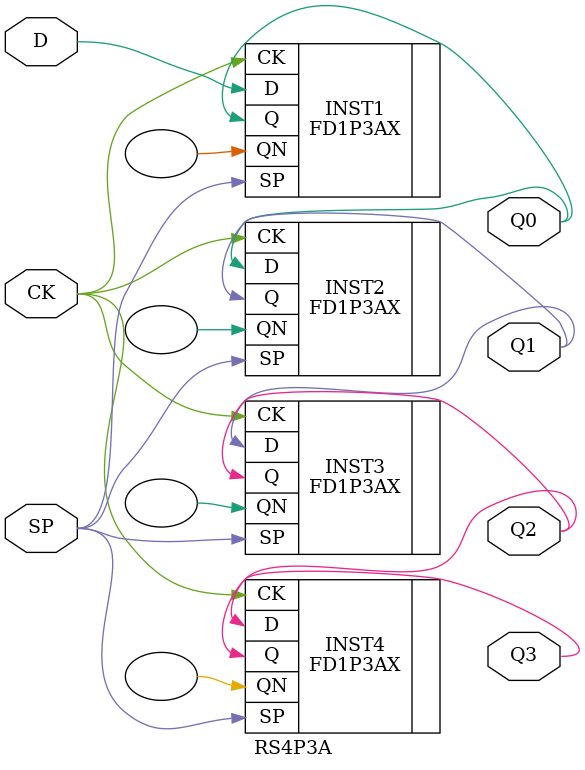
<source format=v>
`resetall
`timescale 1 ns / 100 ps

/* Created by DB2VERILOG Version 1.0.1.1 on Tue May 17 10:57:37 1994 */
/* module compiled from "lsl2db 3.6.4" run */

`celldefine
module RS4P3A (D, SP, CK, Q0, Q1, Q2, Q3);
input  D, SP, CK;
output Q0, Q1, Q2, Q3;
FD1P3AX INST1 (.D(D), .SP(SP), .CK(CK), .Q(Q0), .QN());
FD1P3AX INST2 (.D(Q0), .SP(SP), .CK(CK), .Q(Q1), .QN());
FD1P3AX INST3 (.D(Q1), .SP(SP), .CK(CK), .Q(Q2), .QN());
FD1P3AX INST4 (.D(Q2), .SP(SP), .CK(CK), .Q(Q3), .QN());

endmodule
`endcelldefine

</source>
